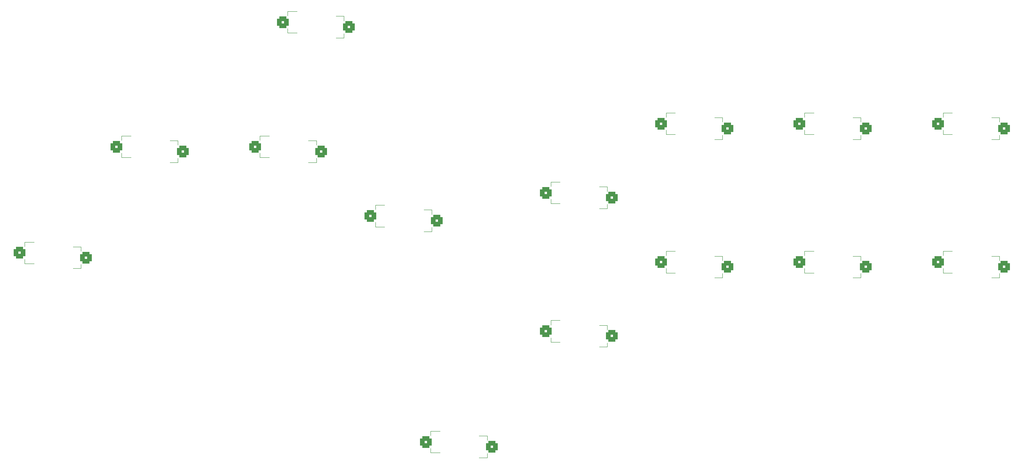
<source format=gbo>
G04 #@! TF.GenerationSoftware,KiCad,Pcbnew,8.0.4-8.0.4-0~ubuntu22.04.1*
G04 #@! TF.CreationDate,2024-07-29T20:53:54+08:00*
G04 #@! TF.ProjectId,halalsnackbox,68616c61-6c73-46e6-9163-6b626f782e6b,rev?*
G04 #@! TF.SameCoordinates,Original*
G04 #@! TF.FileFunction,Legend,Bot*
G04 #@! TF.FilePolarity,Positive*
%FSLAX46Y46*%
G04 Gerber Fmt 4.6, Leading zero omitted, Abs format (unit mm)*
G04 Created by KiCad (PCBNEW 8.0.4-8.0.4-0~ubuntu22.04.1) date 2024-07-29 20:53:54*
%MOMM*%
%LPD*%
G01*
G04 APERTURE LIST*
G04 Aperture macros list*
%AMRoundRect*
0 Rectangle with rounded corners*
0 $1 Rounding radius*
0 $2 $3 $4 $5 $6 $7 $8 $9 X,Y pos of 4 corners*
0 Add a 4 corners polygon primitive as box body*
4,1,4,$2,$3,$4,$5,$6,$7,$8,$9,$2,$3,0*
0 Add four circle primitives for the rounded corners*
1,1,$1+$1,$2,$3*
1,1,$1+$1,$4,$5*
1,1,$1+$1,$6,$7*
1,1,$1+$1,$8,$9*
0 Add four rect primitives between the rounded corners*
20,1,$1+$1,$2,$3,$4,$5,0*
20,1,$1+$1,$4,$5,$6,$7,0*
20,1,$1+$1,$6,$7,$8,$9,0*
20,1,$1+$1,$8,$9,$2,$3,0*%
G04 Aperture macros list end*
%ADD10C,0.120000*%
%ADD11C,2.000000*%
%ADD12C,6.400000*%
%ADD13C,3.000000*%
%ADD14C,5.250000*%
%ADD15RoundRect,0.500000X-0.750000X-0.775000X0.750000X-0.775000X0.750000X0.775000X-0.750000X0.775000X0*%
%ADD16C,2.500000*%
G04 APERTURE END LIST*
D10*
X9000000Y-70350000D02*
X9000000Y-71300000D01*
X9000000Y-70350000D02*
X11000000Y-70350000D01*
X9000000Y-75050000D02*
X9000000Y-74100000D01*
X9000000Y-75050000D02*
X11000000Y-75050000D01*
X21200000Y-71400000D02*
X19500000Y-71400000D01*
X21200000Y-71400000D02*
X21200000Y-72350000D01*
X21200000Y-76100000D02*
X19500000Y-76100000D01*
X21200000Y-76100000D02*
X21200000Y-75200000D01*
X148000000Y-42350000D02*
X148000000Y-43300000D01*
X148000000Y-42350000D02*
X150000000Y-42350000D01*
X148000000Y-47050000D02*
X148000000Y-46100000D01*
X148000000Y-47050000D02*
X150000000Y-47050000D01*
X160200000Y-43400000D02*
X158500000Y-43400000D01*
X160200000Y-43400000D02*
X160200000Y-44350000D01*
X160200000Y-48100000D02*
X158500000Y-48100000D01*
X160200000Y-48100000D02*
X160200000Y-47200000D01*
X85000000Y-62350000D02*
X85000000Y-63300000D01*
X85000000Y-62350000D02*
X87000000Y-62350000D01*
X85000000Y-67050000D02*
X85000000Y-66100000D01*
X85000000Y-67050000D02*
X87000000Y-67050000D01*
X97200000Y-63400000D02*
X95500000Y-63400000D01*
X97200000Y-63400000D02*
X97200000Y-64350000D01*
X97200000Y-68100000D02*
X95500000Y-68100000D01*
X97200000Y-68100000D02*
X97200000Y-67200000D01*
X123000000Y-87350000D02*
X123000000Y-88300000D01*
X123000000Y-87350000D02*
X125000000Y-87350000D01*
X123000000Y-92050000D02*
X123000000Y-91100000D01*
X123000000Y-92050000D02*
X125000000Y-92050000D01*
X135200000Y-88400000D02*
X133500000Y-88400000D01*
X135200000Y-88400000D02*
X135200000Y-89350000D01*
X135200000Y-93100000D02*
X133500000Y-93100000D01*
X135200000Y-93100000D02*
X135200000Y-92200000D01*
X30000000Y-47350000D02*
X30000000Y-48300000D01*
X30000000Y-47350000D02*
X32000000Y-47350000D01*
X30000000Y-52050000D02*
X30000000Y-51100000D01*
X30000000Y-52050000D02*
X32000000Y-52050000D01*
X42200000Y-48400000D02*
X40500000Y-48400000D01*
X42200000Y-48400000D02*
X42200000Y-49350000D01*
X42200000Y-53100000D02*
X40500000Y-53100000D01*
X42200000Y-53100000D02*
X42200000Y-52200000D01*
X66000000Y-20350000D02*
X66000000Y-21300000D01*
X66000000Y-20350000D02*
X68000000Y-20350000D01*
X66000000Y-25050000D02*
X66000000Y-24100000D01*
X66000000Y-25050000D02*
X68000000Y-25050000D01*
X78200000Y-21400000D02*
X76500000Y-21400000D01*
X78200000Y-21400000D02*
X78200000Y-22350000D01*
X78200000Y-26100000D02*
X76500000Y-26100000D01*
X78200000Y-26100000D02*
X78200000Y-25200000D01*
X178000000Y-72350000D02*
X178000000Y-73300000D01*
X178000000Y-72350000D02*
X180000000Y-72350000D01*
X178000000Y-77050000D02*
X178000000Y-76100000D01*
X178000000Y-77050000D02*
X180000000Y-77050000D01*
X190200000Y-73400000D02*
X188500000Y-73400000D01*
X190200000Y-73400000D02*
X190200000Y-74350000D01*
X190200000Y-78100000D02*
X188500000Y-78100000D01*
X190200000Y-78100000D02*
X190200000Y-77200000D01*
X123000000Y-57350000D02*
X123000000Y-58300000D01*
X123000000Y-57350000D02*
X125000000Y-57350000D01*
X123000000Y-62050000D02*
X123000000Y-61100000D01*
X123000000Y-62050000D02*
X125000000Y-62050000D01*
X135200000Y-58400000D02*
X133500000Y-58400000D01*
X135200000Y-58400000D02*
X135200000Y-59350000D01*
X135200000Y-63100000D02*
X133500000Y-63100000D01*
X135200000Y-63100000D02*
X135200000Y-62200000D01*
X60000000Y-47350000D02*
X60000000Y-48300000D01*
X60000000Y-47350000D02*
X62000000Y-47350000D01*
X60000000Y-52050000D02*
X60000000Y-51100000D01*
X60000000Y-52050000D02*
X62000000Y-52050000D01*
X72200000Y-48400000D02*
X70500000Y-48400000D01*
X72200000Y-48400000D02*
X72200000Y-49350000D01*
X72200000Y-53100000D02*
X70500000Y-53100000D01*
X72200000Y-53100000D02*
X72200000Y-52200000D01*
X97000000Y-111350000D02*
X97000000Y-112300000D01*
X97000000Y-111350000D02*
X99000000Y-111350000D01*
X97000000Y-116050000D02*
X97000000Y-115100000D01*
X97000000Y-116050000D02*
X99000000Y-116050000D01*
X109200000Y-112400000D02*
X107500000Y-112400000D01*
X109200000Y-112400000D02*
X109200000Y-113350000D01*
X109200000Y-117100000D02*
X107500000Y-117100000D01*
X109200000Y-117100000D02*
X109200000Y-116200000D01*
X208000000Y-72350000D02*
X208000000Y-73300000D01*
X208000000Y-72350000D02*
X210000000Y-72350000D01*
X208000000Y-77050000D02*
X208000000Y-76100000D01*
X208000000Y-77050000D02*
X210000000Y-77050000D01*
X220200000Y-73400000D02*
X218500000Y-73400000D01*
X220200000Y-73400000D02*
X220200000Y-74350000D01*
X220200000Y-78100000D02*
X218500000Y-78100000D01*
X220200000Y-78100000D02*
X220200000Y-77200000D01*
X148000000Y-72350000D02*
X148000000Y-73300000D01*
X148000000Y-72350000D02*
X150000000Y-72350000D01*
X148000000Y-77050000D02*
X148000000Y-76100000D01*
X148000000Y-77050000D02*
X150000000Y-77050000D01*
X160200000Y-73400000D02*
X158500000Y-73400000D01*
X160200000Y-73400000D02*
X160200000Y-74350000D01*
X160200000Y-78100000D02*
X158500000Y-78100000D01*
X160200000Y-78100000D02*
X160200000Y-77200000D01*
X178000000Y-42350000D02*
X178000000Y-43300000D01*
X178000000Y-42350000D02*
X180000000Y-42350000D01*
X178000000Y-47050000D02*
X178000000Y-46100000D01*
X178000000Y-47050000D02*
X180000000Y-47050000D01*
X190200000Y-43400000D02*
X188500000Y-43400000D01*
X190200000Y-43400000D02*
X190200000Y-44350000D01*
X190200000Y-48100000D02*
X188500000Y-48100000D01*
X190200000Y-48100000D02*
X190200000Y-47200000D01*
X208000000Y-42350000D02*
X208000000Y-43300000D01*
X208000000Y-42350000D02*
X210000000Y-42350000D01*
X208000000Y-47050000D02*
X208000000Y-46100000D01*
X208000000Y-47050000D02*
X210000000Y-47050000D01*
X220200000Y-43400000D02*
X218500000Y-43400000D01*
X220200000Y-43400000D02*
X220200000Y-44350000D01*
X220200000Y-48100000D02*
X218500000Y-48100000D01*
X220200000Y-48100000D02*
X220200000Y-47200000D01*
%LPC*%
D11*
X157750000Y-13250000D03*
X157750000Y-6750000D03*
X162250000Y-13250000D03*
X162250000Y-6750000D03*
X197750000Y-13250000D03*
X197750000Y-6750000D03*
X202250000Y-13250000D03*
X202250000Y-6750000D03*
D12*
X10000000Y-120000000D03*
D11*
X177750000Y-13250000D03*
X177750000Y-6750000D03*
X182250000Y-13250000D03*
X182250000Y-6750000D03*
D12*
X220000000Y-10000000D03*
X220000000Y-120000000D03*
D11*
X167750000Y-13250000D03*
X167750000Y-6750000D03*
X172250000Y-13250000D03*
X172250000Y-6750000D03*
D12*
X10000000Y-10000000D03*
D13*
X11600000Y-72700000D03*
D14*
X16000000Y-68000000D03*
D13*
X18600000Y-73750000D03*
D15*
X7925000Y-72700000D03*
D16*
X13400000Y-62250000D03*
X20400000Y-63300000D03*
D15*
X22275000Y-73750000D03*
D13*
X150600000Y-44700000D03*
D14*
X155000000Y-40000000D03*
D13*
X157600000Y-45750000D03*
D15*
X146925000Y-44700000D03*
D16*
X152400000Y-34250000D03*
X159400000Y-35300000D03*
D15*
X161275000Y-45750000D03*
D13*
X87600000Y-64700000D03*
D14*
X92000000Y-60000000D03*
D13*
X94600000Y-65750000D03*
D15*
X83925000Y-64700000D03*
D16*
X89400000Y-54250000D03*
X96400000Y-55300000D03*
D15*
X98275000Y-65750000D03*
D13*
X125600000Y-89700000D03*
D14*
X130000000Y-85000000D03*
D13*
X132600000Y-90750000D03*
D15*
X121925000Y-89700000D03*
D16*
X127400000Y-79250000D03*
X134400000Y-80300000D03*
D15*
X136275000Y-90750000D03*
D13*
X32600000Y-49700000D03*
D14*
X37000000Y-45000000D03*
D13*
X39600000Y-50750000D03*
D15*
X28925000Y-49700000D03*
D16*
X34400000Y-39250000D03*
X41400000Y-40300000D03*
D15*
X43275000Y-50750000D03*
D13*
X68600000Y-22700000D03*
D14*
X73000000Y-18000000D03*
D13*
X75600000Y-23750000D03*
D15*
X64925000Y-22700000D03*
D16*
X70400000Y-12250000D03*
X77400000Y-13300000D03*
D15*
X79275000Y-23750000D03*
D13*
X180600000Y-74700000D03*
D14*
X185000000Y-70000000D03*
D13*
X187600000Y-75750000D03*
D15*
X176925000Y-74700000D03*
D16*
X182400000Y-64250000D03*
X189400000Y-65300000D03*
D15*
X191275000Y-75750000D03*
D13*
X125600000Y-59700000D03*
D14*
X130000000Y-55000000D03*
D13*
X132600000Y-60750000D03*
D15*
X121925000Y-59700000D03*
D16*
X127400000Y-49250000D03*
X134400000Y-50300000D03*
D15*
X136275000Y-60750000D03*
D11*
X147750000Y-13250000D03*
X147750000Y-6750000D03*
X152250000Y-13250000D03*
X152250000Y-6750000D03*
D13*
X62600000Y-49700000D03*
D14*
X67000000Y-45000000D03*
D13*
X69600000Y-50750000D03*
D15*
X58925000Y-49700000D03*
D16*
X64400000Y-39250000D03*
X71400000Y-40300000D03*
D15*
X73275000Y-50750000D03*
D13*
X99600000Y-113700000D03*
D14*
X104000000Y-109000000D03*
D13*
X106600000Y-114750000D03*
D15*
X95925000Y-113700000D03*
D16*
X101400000Y-103250000D03*
X108400000Y-104300000D03*
D15*
X110275000Y-114750000D03*
D11*
X187750000Y-13250000D03*
X187750000Y-6750000D03*
X192250000Y-13250000D03*
X192250000Y-6750000D03*
D13*
X210600000Y-74700000D03*
D14*
X215000000Y-70000000D03*
D13*
X217600000Y-75750000D03*
D15*
X206925000Y-74700000D03*
D16*
X212400000Y-64250000D03*
X219400000Y-65300000D03*
D15*
X221275000Y-75750000D03*
D13*
X150600000Y-74700000D03*
D14*
X155000000Y-70000000D03*
D13*
X157600000Y-75750000D03*
D15*
X146925000Y-74700000D03*
D16*
X152400000Y-64250000D03*
X159400000Y-65300000D03*
D15*
X161275000Y-75750000D03*
D13*
X180600000Y-44700000D03*
D14*
X185000000Y-40000000D03*
D13*
X187600000Y-45750000D03*
D15*
X176925000Y-44700000D03*
D16*
X182400000Y-34250000D03*
X189400000Y-35300000D03*
D15*
X191275000Y-45750000D03*
D13*
X210600000Y-44700000D03*
D14*
X215000000Y-40000000D03*
D13*
X217600000Y-45750000D03*
D15*
X206925000Y-44700000D03*
D16*
X212400000Y-34250000D03*
X219400000Y-35300000D03*
D15*
X221275000Y-45750000D03*
%LPD*%
M02*

</source>
